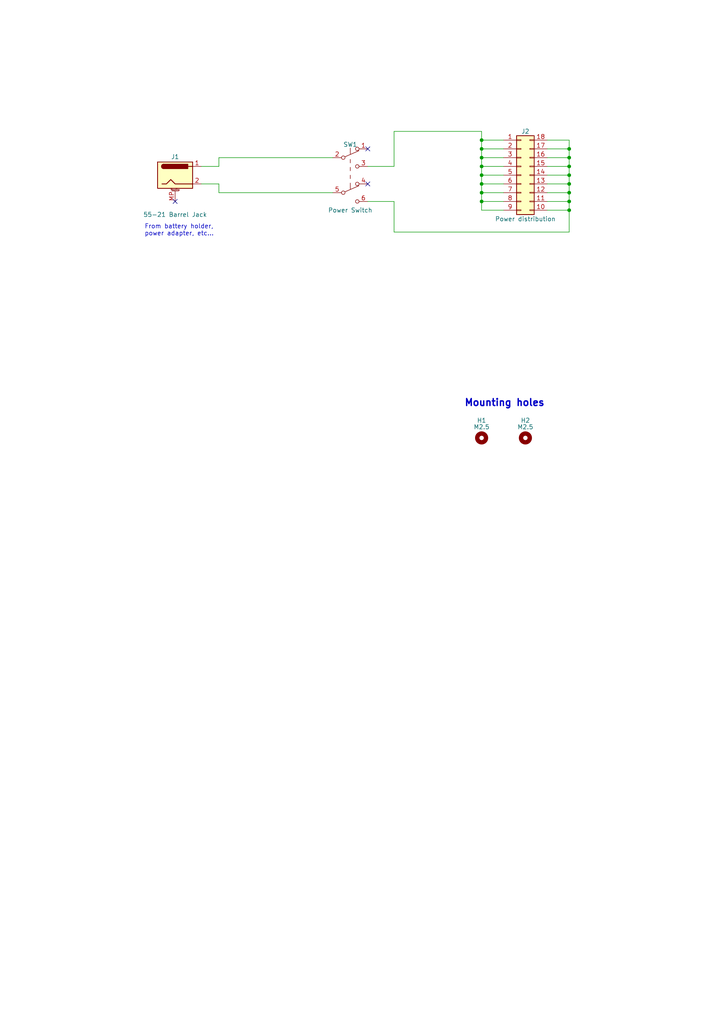
<source format=kicad_sch>
(kicad_sch (version 20230121) (generator eeschema)
  (paper "A4" portrait)
  (title_block (title "Simply power distribution") (date "2023-12-20") (rev "v0.0.1-DRAFT") (company "Sporniket") (comment 4 "Original repository : https://github.com/sporniket/simply-power-distribution"))
  (lib_symbols
    (symbol "Connector:Barrel_Jack_MountingPin" (pin_names hide)
      (property "Reference" "J" (at 0 5.334 0))
      (property "Value" "Barrel_Jack_MountingPin" (at 1.27 -6.35 0))
      (symbol "Barrel_Jack_MountingPin_0_1"
        (rectangle (start -5.08 3.81) (end 5.08 -3.81) (stroke (width 0.254)) (fill (type background)))
        (arc (start -3.302 3.175) (mid -3.9343 2.54) (end -3.302 1.905) (stroke (width 0.254)))
        (arc (start -3.302 3.175) (mid -3.9343 2.54) (end -3.302 1.905) (stroke (width 0.254)) (fill (type outline)))
        (polyline (pts (xy 5.08 2.54) (xy 3.81 2.54)) (stroke (width 0.254)))
        (polyline (pts (xy -3.81 -2.54) (xy -2.54 -2.54) (xy -1.27 -1.27) (xy 0 -2.54) (xy 2.54 -2.54) (xy 5.08 -2.54)) (stroke (width 0.254)))
        (rectangle (start 3.683 3.175) (end -3.302 1.905) (stroke (width 0.254)) (fill (type outline)))
      )
      (symbol "Barrel_Jack_MountingPin_1_1"
        (polyline (pts (xy -1.016 -4.572) (xy 1.016 -4.572)) (stroke (width 0.1524)))
        (text "Mounting" (at 0 -4.191 0) (effects (font (size 0.381 0.381))))
        (pin passive line (at 7.62 2.54 180) (length 2.54) (name "~") (number "1"))
        (pin passive line (at 7.62 -2.54 180) (length 2.54) (name "~") (number "2"))
        (pin passive line (at 0 -7.62 90) (length 3.048) (name "MountPin") (number "MP"))
      )
    )
    (symbol "Connector_Generic:Conn_02x09_Counter_Clockwise" (pin_names (offset 1.016) hide)
      (property "Reference" "J" (at 1.27 12.7 0))
      (property "Value" "Conn_02x09_Counter_Clockwise" (at 1.27 -12.7 0))
      (symbol "Conn_02x09_Counter_Clockwise_1_1"
        (rectangle (start -1.27 -10.033) (end 0 -10.287) (stroke (width 0.1524)))
        (rectangle (start -1.27 -7.493) (end 0 -7.747) (stroke (width 0.1524)))
        (rectangle (start -1.27 -4.953) (end 0 -5.207) (stroke (width 0.1524)))
        (rectangle (start -1.27 -2.413) (end 0 -2.667) (stroke (width 0.1524)))
        (rectangle (start -1.27 0.127) (end 0 -0.127) (stroke (width 0.1524)))
        (rectangle (start -1.27 2.667) (end 0 2.413) (stroke (width 0.1524)))
        (rectangle (start -1.27 5.207) (end 0 4.953) (stroke (width 0.1524)))
        (rectangle (start -1.27 7.747) (end 0 7.493) (stroke (width 0.1524)))
        (rectangle (start -1.27 10.287) (end 0 10.033) (stroke (width 0.1524)))
        (rectangle (start -1.27 11.43) (end 3.81 -11.43) (stroke (width 0.254)) (fill (type background)))
        (rectangle (start 3.81 -10.033) (end 2.54 -10.287) (stroke (width 0.1524)))
        (rectangle (start 3.81 -7.493) (end 2.54 -7.747) (stroke (width 0.1524)))
        (rectangle (start 3.81 -4.953) (end 2.54 -5.207) (stroke (width 0.1524)))
        (rectangle (start 3.81 -2.413) (end 2.54 -2.667) (stroke (width 0.1524)))
        (rectangle (start 3.81 0.127) (end 2.54 -0.127) (stroke (width 0.1524)))
        (rectangle (start 3.81 2.667) (end 2.54 2.413) (stroke (width 0.1524)))
        (rectangle (start 3.81 5.207) (end 2.54 4.953) (stroke (width 0.1524)))
        (rectangle (start 3.81 7.747) (end 2.54 7.493) (stroke (width 0.1524)))
        (rectangle (start 3.81 10.287) (end 2.54 10.033) (stroke (width 0.1524)))
        (pin passive line (at -5.08 10.16 0) (length 3.81) (name "Pin_1") (number "1"))
        (pin passive line (at 7.62 -10.16 180) (length 3.81) (name "Pin_10") (number "10"))
        (pin passive line (at 7.62 -7.62 180) (length 3.81) (name "Pin_11") (number "11"))
        (pin passive line (at 7.62 -5.08 180) (length 3.81) (name "Pin_12") (number "12"))
        (pin passive line (at 7.62 -2.54 180) (length 3.81) (name "Pin_13") (number "13"))
        (pin passive line (at 7.62 0 180) (length 3.81) (name "Pin_14") (number "14"))
        (pin passive line (at 7.62 2.54 180) (length 3.81) (name "Pin_15") (number "15"))
        (pin passive line (at 7.62 5.08 180) (length 3.81) (name "Pin_16") (number "16"))
        (pin passive line (at 7.62 7.62 180) (length 3.81) (name "Pin_17") (number "17"))
        (pin passive line (at 7.62 10.16 180) (length 3.81) (name "Pin_18") (number "18"))
        (pin passive line (at -5.08 7.62 0) (length 3.81) (name "Pin_2") (number "2"))
        (pin passive line (at -5.08 5.08 0) (length 3.81) (name "Pin_3") (number "3"))
        (pin passive line (at -5.08 2.54 0) (length 3.81) (name "Pin_4") (number "4"))
        (pin passive line (at -5.08 0 0) (length 3.81) (name "Pin_5") (number "5"))
        (pin passive line (at -5.08 -2.54 0) (length 3.81) (name "Pin_6") (number "6"))
        (pin passive line (at -5.08 -5.08 0) (length 3.81) (name "Pin_7") (number "7"))
        (pin passive line (at -5.08 -7.62 0) (length 3.81) (name "Pin_8") (number "8"))
        (pin passive line (at -5.08 -10.16 0) (length 3.81) (name "Pin_9") (number "9"))
      )
    )
    (symbol "Mechanical:MountingHole" (pin_names (offset 1.016))
      (property "Reference" "H" (at 0 5.08 0))
      (property "Value" "MountingHole" (at 0 3.175 0))
      (symbol "MountingHole_0_1"
        (circle (center 0 0) (radius 1.27) (stroke (width 1.27)))
      )
    )
    (symbol "Switch:SW_Push_DPDT" (pin_names (offset 0) hide)
      (property "Reference" "SW" (at 0 8.89 0))
      (property "Value" "SW_Push_DPDT" (at 0 -10.16 0))
      (symbol "SW_Push_DPDT_0_0"
        (circle (center -2.032 -5.08) (radius 0.508))
        (circle (center -2.032 5.08) (radius 0.508))
        (circle (center 2.032 -7.62) (radius 0.508))
        (circle (center 2.032 2.54) (radius 0.508))
      )
      (symbol "SW_Push_DPDT_0_1"
        (polyline (pts (xy -1.524 -4.826) (xy 2.54 -3.048)))
        (polyline (pts (xy -1.524 5.334) (xy 2.54 7.112)))
        (polyline (pts (xy 0 -2.286) (xy 0 -4.064)))
        (polyline (pts (xy 0 -1.016) (xy 0 0)))
        (polyline (pts (xy 0 1.27) (xy 0 2.286)))
        (polyline (pts (xy 0 3.556) (xy 0 4.572)))
        (polyline (pts (xy 0 7.874) (xy 0 6.096)))
        (circle (center 2.032 -2.54) (radius 0.508))
        (circle (center 2.032 7.62) (radius 0.508))
      )
      (symbol "SW_Push_DPDT_1_1"
        (pin passive line (at 5.08 7.62 180) (length 2.54) (name "A") (number "1"))
        (pin passive line (at -5.08 5.08 0) (length 2.54) (name "B") (number "2"))
        (pin passive line (at 5.08 2.54 180) (length 2.54) (name "C") (number "3"))
        (pin passive line (at 5.08 -2.54 180) (length 2.54) (name "A") (number "4"))
        (pin passive line (at -5.08 -5.08 0) (length 2.54) (name "B") (number "5"))
        (pin passive line (at 5.08 -7.62 180) (length 2.54) (name "C") (number "6"))
      )
    )
  )
  (junction (at 165.1 60.96))
  (junction (at 165.1 55.88))
  (junction (at 139.7 45.72))
  (junction (at 139.7 58.42))
  (junction (at 139.7 50.8))
  (junction (at 165.1 50.8))
  (junction (at 139.7 53.34))
  (junction (at 139.7 48.26))
  (junction (at 165.1 48.26))
  (junction (at 165.1 43.18))
  (junction (at 165.1 58.42))
  (junction (at 139.7 43.18))
  (junction (at 165.1 45.72))
  (junction (at 139.7 55.88))
  (junction (at 139.7 40.64))
  (junction (at 165.1 53.34))
  (no_connect (at 106.68 43.18))
  (no_connect (at 106.68 53.34))
  (no_connect (at 50.8 58.42))
  (wire (pts (xy 139.7 60.96) (xy 146.05 60.96)))
  (wire (pts (xy 158.75 45.72) (xy 165.1 45.72)))
  (wire (pts (xy 165.1 50.8) (xy 165.1 53.34)))
  (wire (pts (xy 139.7 55.88) (xy 146.05 55.88)))
  (wire (pts (xy 106.68 48.26) (xy 114.3 48.26)))
  (wire (pts (xy 139.7 48.26) (xy 146.05 48.26)))
  (wire (pts (xy 158.75 58.42) (xy 165.1 58.42)))
  (wire (pts (xy 63.5 48.26) (xy 63.5 45.72)))
  (wire (pts (xy 165.1 55.88) (xy 165.1 58.42)))
  (wire (pts (xy 139.7 58.42) (xy 146.05 58.42)))
  (wire (pts (xy 139.7 43.18) (xy 139.7 45.72)))
  (wire (pts (xy 165.1 40.64) (xy 165.1 43.18)))
  (wire (pts (xy 139.7 45.72) (xy 139.7 48.26)))
  (wire (pts (xy 158.75 43.18) (xy 165.1 43.18)))
  (wire (pts (xy 139.7 53.34) (xy 139.7 55.88)))
  (wire (pts (xy 165.1 58.42) (xy 165.1 60.96)))
  (wire (pts (xy 165.1 60.96) (xy 165.1 67.31)))
  (wire (pts (xy 114.3 67.31) (xy 165.1 67.31)))
  (wire (pts (xy 165.1 48.26) (xy 165.1 50.8)))
  (wire (pts (xy 114.3 48.26) (xy 114.3 38.1)))
  (wire (pts (xy 139.7 50.8) (xy 139.7 53.34)))
  (wire (pts (xy 139.7 38.1) (xy 139.7 40.64)))
  (wire (pts (xy 58.42 53.34) (xy 63.5 53.34)))
  (wire (pts (xy 165.1 45.72) (xy 165.1 48.26)))
  (wire (pts (xy 158.75 50.8) (xy 165.1 50.8)))
  (wire (pts (xy 114.3 58.42) (xy 114.3 67.31)))
  (wire (pts (xy 158.75 55.88) (xy 165.1 55.88)))
  (wire (pts (xy 139.7 55.88) (xy 139.7 58.42)))
  (wire (pts (xy 158.75 60.96) (xy 165.1 60.96)))
  (wire (pts (xy 158.75 40.64) (xy 165.1 40.64)))
  (wire (pts (xy 139.7 53.34) (xy 146.05 53.34)))
  (wire (pts (xy 139.7 40.64) (xy 139.7 43.18)))
  (wire (pts (xy 165.1 43.18) (xy 165.1 45.72)))
  (wire (pts (xy 63.5 53.34) (xy 63.5 55.88)))
  (wire (pts (xy 58.42 48.26) (xy 63.5 48.26)))
  (wire (pts (xy 139.7 45.72) (xy 146.05 45.72)))
  (wire (pts (xy 106.68 58.42) (xy 114.3 58.42)))
  (wire (pts (xy 158.75 53.34) (xy 165.1 53.34)))
  (wire (pts (xy 139.7 43.18) (xy 146.05 43.18)))
  (wire (pts (xy 165.1 53.34) (xy 165.1 55.88)))
  (wire (pts (xy 114.3 38.1) (xy 139.7 38.1)))
  (wire (pts (xy 63.5 55.88) (xy 96.52 55.88)))
  (wire (pts (xy 139.7 58.42) (xy 139.7 60.96)))
  (wire (pts (xy 158.75 48.26) (xy 165.1 48.26)))
  (wire (pts (xy 139.7 48.26) (xy 139.7 50.8)))
  (wire (pts (xy 139.7 50.8) (xy 146.05 50.8)))
  (wire (pts (xy 139.7 40.64) (xy 146.05 40.64)))
  (wire (pts (xy 63.5 45.72) (xy 96.52 45.72)))
  (text "Mounting holes" (at 134.62 118.11 0) (effects (font (size 2 2) (thickness 0.4) bold) (justify left bottom)))
  (text "From battery holder,\npower adapter, etc..." (at 41.91 68.58 0) (effects (font (size 1.27 1.27)) (justify left bottom)))
  (symbol (lib_id "Connector:Barrel_Jack_MountingPin") (at 50.8 50.8 0) (unit 1)
    (property "Reference" "J1" (at 50.8 45.466 0))
    (property "Value" "55-21 Barrel Jack" (at 50.8 62.23 0))
    (property "Footprint" "Connector_BarrelJack:BarrelJack_Horizontal" (effects hide))
  )
  (symbol (lib_id "Mechanical:MountingHole") (at 139.7 127 0) (unit 1)
    (property "Reference" "H1" (at 139.7 121.92 0))
    (property "Value" "M2.5" (at 139.7 123.825 0))
    (property "Footprint" "MountingHole:MountingHole_2.7mm_M2.5" (effects hide))
  )
  (symbol (lib_id "Mechanical:MountingHole") (at 152.4 127 0) (unit 1)
    (property "Reference" "H2" (at 152.4 121.92 0))
    (property "Value" "M2.5" (at 152.4 123.825 0))
    (property "Footprint" "MountingHole:MountingHole_2.7mm_M2.5" (effects hide))
  )
  (symbol (lib_id "Connector_Generic:Conn_02x09_Counter_Clockwise") (at 151.13 50.8 0) (unit 1)
    (property "Reference" "J2" (at 152.4 38.1 0))
    (property "Value" "Power distribution" (at 152.4 63.5 0))
    (property "Footprint" "Connector_PinSocket_2.54mm:PinSocket_2x09_P2.54mm_Vertical" (effects hide))
  )
  (symbol (lib_id "Switch:SW_Push_DPDT") (at 101.6 50.8 0) (unit 1)
    (property "Reference" "SW1" (at 101.6 41.91 0))
    (property "Value" "Power Switch" (at 101.6 60.96 0))
    (property "Footprint" "commons-interconnect_THT:g-switch_22f12-gxxx" (effects hide))
  )
)
</source>
